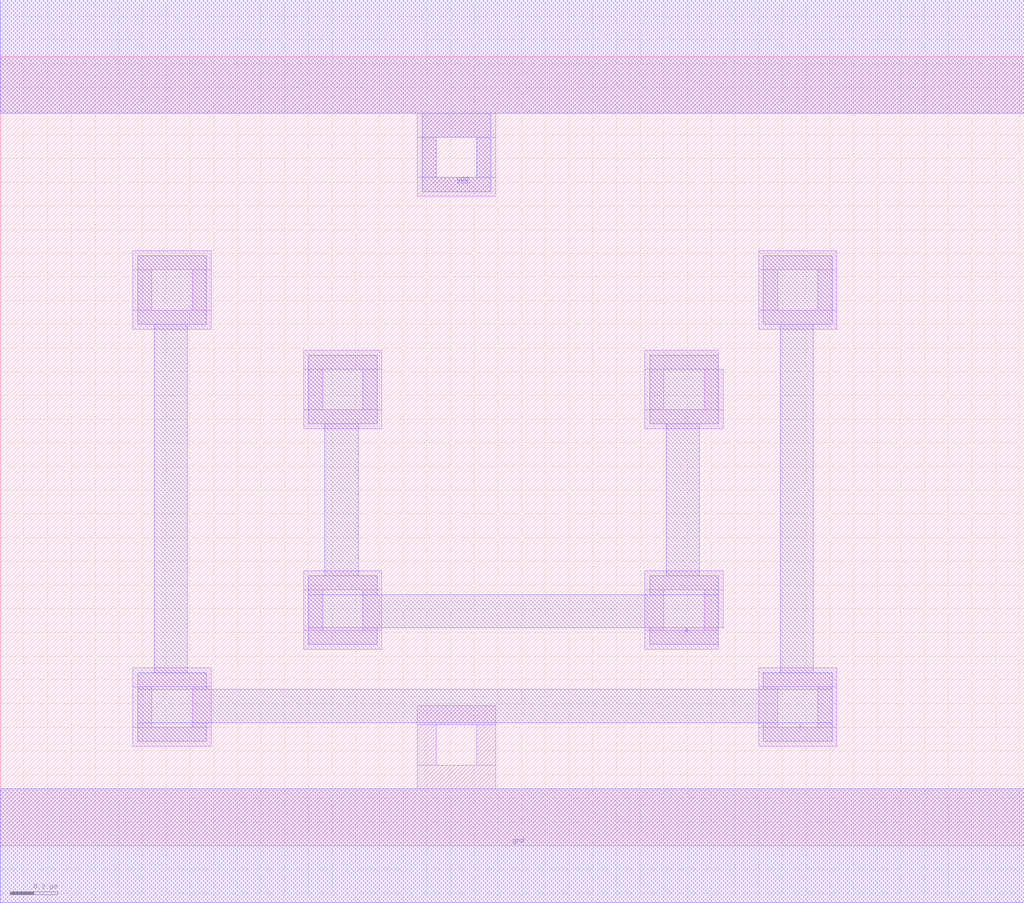
<source format=lef>
VERSION 5.7 ;
  NOWIREEXTENSIONATPIN ON ;
  DIVIDERCHAR "/" ;
  BUSBITCHARS "[]" ;
MACRO INVX4
  CLASS CORE ;
  FOREIGN INVX4 ;
  ORIGIN 0.000 0.000 ;
  SIZE 4.320 BY 3.330 ;
  SYMMETRY X Y R90 ;
  SITE unit ;
  PIN vdd
    DIRECTION INOUT ;
    USE POWER ;
    SHAPE ABUTMENT ;
    PORT
      LAYER met1 ;
        RECT 0.000 3.090 4.320 3.570 ;
        RECT 1.780 2.990 2.070 3.090 ;
        RECT 1.780 2.820 1.840 2.990 ;
        RECT 2.010 2.820 2.070 2.990 ;
        RECT 1.780 2.760 2.070 2.820 ;
    END
    PORT
      LAYER li1 ;
        RECT 0.000 3.090 4.320 3.570 ;
        RECT 1.760 2.990 2.090 3.090 ;
        RECT 1.760 2.820 1.840 2.990 ;
        RECT 2.010 2.820 2.090 2.990 ;
        RECT 1.760 2.740 2.090 2.820 ;
    END
  END vdd
  PIN gnd
    DIRECTION INOUT ;
    USE GROUND ;
    SHAPE ABUTMENT ;
    PORT
      LAYER met1 ;
        RECT 0.000 -0.240 4.320 0.240 ;
    END
    PORT
      LAYER li1 ;
        RECT 1.760 0.510 2.090 0.590 ;
        RECT 1.760 0.340 1.840 0.510 ;
        RECT 2.010 0.340 2.090 0.510 ;
        RECT 1.760 0.240 2.090 0.340 ;
        RECT 0.000 -0.240 4.320 0.240 ;
    END
  END gnd
  PIN Y
    DIRECTION INOUT ;
    USE SIGNAL ;
    SHAPE ABUTMENT ;
    PORT
      LAYER met1 ;
        RECT 0.580 2.200 0.870 2.490 ;
        RECT 3.220 2.200 3.510 2.490 ;
        RECT 0.650 0.730 0.790 2.200 ;
        RECT 3.290 0.730 3.430 2.200 ;
        RECT 0.580 0.660 0.870 0.730 ;
        RECT 3.220 0.660 3.510 0.730 ;
        RECT 0.580 0.520 3.510 0.660 ;
        RECT 0.580 0.440 0.870 0.520 ;
        RECT 3.220 0.440 3.510 0.520 ;
    END
  END Y
  PIN A
    DIRECTION INOUT ;
    USE SIGNAL ;
    SHAPE ABUTMENT ;
    PORT
      LAYER met1 ;
        RECT 1.300 1.780 1.590 2.070 ;
        RECT 2.740 1.780 3.030 2.070 ;
        RECT 1.370 1.140 1.510 1.780 ;
        RECT 2.810 1.140 2.950 1.780 ;
        RECT 1.300 1.060 1.590 1.140 ;
        RECT 2.740 1.060 3.030 1.140 ;
        RECT 1.300 0.920 3.030 1.060 ;
        RECT 1.300 0.850 1.590 0.920 ;
        RECT 2.740 0.850 3.030 0.920 ;
    END
  END A
  OBS
      LAYER li1 ;
        RECT 0.560 2.430 0.890 2.510 ;
        RECT 0.560 2.260 0.640 2.430 ;
        RECT 0.810 2.260 0.890 2.430 ;
        RECT 0.560 2.180 0.890 2.260 ;
        RECT 3.200 2.430 3.530 2.510 ;
        RECT 3.200 2.260 3.280 2.430 ;
        RECT 3.450 2.260 3.530 2.430 ;
        RECT 3.200 2.180 3.530 2.260 ;
        RECT 1.280 2.010 1.610 2.090 ;
        RECT 1.280 1.840 1.360 2.010 ;
        RECT 1.530 1.840 1.610 2.010 ;
        RECT 1.280 1.760 1.610 1.840 ;
        RECT 2.720 2.010 3.030 2.090 ;
        RECT 2.720 1.840 2.800 2.010 ;
        RECT 2.970 1.840 3.050 2.010 ;
        RECT 2.720 1.760 3.050 1.840 ;
        RECT 1.280 1.080 1.610 1.160 ;
        RECT 1.280 0.910 1.360 1.080 ;
        RECT 1.530 0.910 1.610 1.080 ;
        RECT 1.280 0.830 1.610 0.910 ;
        RECT 2.720 1.080 3.050 1.160 ;
        RECT 2.720 0.910 2.800 1.080 ;
        RECT 2.970 0.920 3.050 1.080 ;
        RECT 2.970 0.910 3.030 0.920 ;
        RECT 2.720 0.830 3.030 0.910 ;
        RECT 0.560 0.670 0.890 0.750 ;
        RECT 0.560 0.500 0.640 0.670 ;
        RECT 0.810 0.500 0.890 0.670 ;
        RECT 0.560 0.420 0.890 0.500 ;
        RECT 3.200 0.670 3.530 0.750 ;
        RECT 3.200 0.500 3.280 0.670 ;
        RECT 3.450 0.500 3.530 0.670 ;
        RECT 3.200 0.420 3.530 0.500 ;
  END
END INVX4
END LIBRARY


</source>
